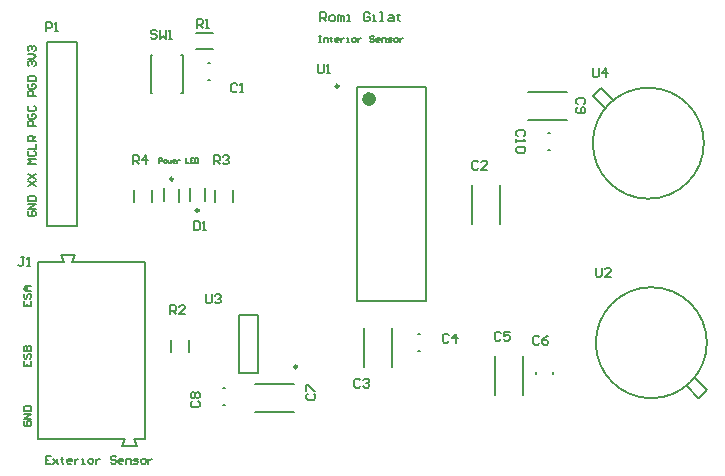
<source format=gto>
G04*
G04 #@! TF.GenerationSoftware,Altium Limited,Altium Designer,24.9.1 (31)*
G04*
G04 Layer_Color=65535*
%FSLAX44Y44*%
%MOMM*%
G71*
G04*
G04 #@! TF.SameCoordinates,75EA1287-3778-4008-B1FA-0AB461243C17*
G04*
G04*
G04 #@! TF.FilePolarity,Positive*
G04*
G01*
G75*
%ADD10C,0.6000*%
%ADD11C,0.2500*%
%ADD12C,0.1500*%
%ADD13C,0.2000*%
%ADD14C,0.1778*%
%ADD15C,0.1270*%
D10*
X780010Y688830D02*
G03*
X780010Y688830I-3000J0D01*
G01*
D11*
X751260Y699880D02*
G03*
X751260Y699880I-1250J0D01*
G01*
X716096Y462280D02*
G03*
X716096Y462280I-1250J0D01*
G01*
X632850Y594580D02*
G03*
X632850Y594580I-1250J0D01*
G01*
X611100Y621140D02*
G03*
X611100Y621140I-1250J0D01*
G01*
D12*
X1063000Y482600D02*
G03*
X1063000Y482600I-47000J0D01*
G01*
X1060460Y651510D02*
G03*
X1060460Y651510I-47000J0D01*
G01*
D13*
X818400Y489850D02*
X819900D01*
X818400Y475350D02*
X819900D01*
X796641Y462259D02*
Y495321D01*
X773079Y462259D02*
Y495321D01*
X497130Y401245D02*
X570630D01*
X577630Y401245D02*
X587130Y401245D01*
X577630Y401245D02*
X580128Y395244D01*
X568128Y395244D02*
X580128Y395244D01*
X568128Y395244D02*
X570626Y401245D01*
X525632Y551245D02*
X528130Y557246D01*
X516130D02*
X518628Y551245D01*
X516130Y557246D02*
X528130D01*
X525632Y551245D02*
X587130Y551245D01*
X497130Y551245D02*
X518630Y551245D01*
X497130Y401245D02*
Y551245D01*
X587130Y551245D02*
X587130Y401245D01*
X928890Y660030D02*
X930390D01*
X928890Y645530D02*
X930390D01*
X911839Y671479D02*
X944901D01*
X911839Y695041D02*
X944901D01*
X767010Y517830D02*
X825010D01*
X767010Y698830D02*
X825010D01*
Y517830D02*
Y698830D01*
X767010Y517830D02*
Y698830D01*
X680699Y423829D02*
X713761D01*
X680699Y447391D02*
X713761D01*
X653300Y429630D02*
X654800D01*
X653300Y444130D02*
X654800D01*
X682654Y456805D02*
Y505855D01*
X667074D02*
X682654D01*
X667074Y456805D02*
Y505855D01*
Y456805D02*
X682654D01*
X625350Y602830D02*
Y613830D01*
X637850Y602830D02*
Y613830D01*
X603287Y602247D02*
Y613247D01*
X616100Y602140D02*
Y613140D01*
X640600Y705220D02*
X642100D01*
X640600Y719720D02*
X642100D01*
X630178Y731008D02*
X644902D01*
X630178Y744732D02*
X644902D01*
X618040Y725930D02*
X619290D01*
X592290D02*
X593540D01*
X592290Y693930D02*
Y725930D01*
X618040Y693930D02*
X619290D01*
X592290D02*
X593540D01*
X619290D02*
Y725930D01*
X504190Y737230D02*
X529590D01*
Y581030D02*
Y737230D01*
X504190Y581030D02*
X529590D01*
X504190D02*
Y737230D01*
X624720Y475060D02*
Y485060D01*
X609720Y475060D02*
Y485060D01*
X864519Y582909D02*
Y615971D01*
X888081Y582909D02*
Y615971D01*
X577970Y602060D02*
Y612060D01*
X592970Y602060D02*
Y612060D01*
X646550Y602060D02*
Y612060D01*
X661550Y602060D02*
Y612060D01*
X933080Y456450D02*
Y457950D01*
X918580Y456450D02*
Y457950D01*
X1045890Y445680D02*
X1055890Y435680D01*
X1056000Y435850D02*
X1063000Y442850D01*
X1053000Y452850D02*
X1063000Y442850D01*
X883569Y438129D02*
Y471191D01*
X907131Y438129D02*
Y471191D01*
X973570Y698430D02*
X983570Y688430D01*
X966460Y691260D02*
X973460Y698260D01*
X966460Y691260D02*
X976460Y681260D01*
D14*
X489502Y594020D02*
X488444Y592962D01*
Y590846D01*
X489502Y589788D01*
X493734D01*
X494792Y590846D01*
Y592962D01*
X493734Y594020D01*
X491618D01*
Y591904D01*
X494792Y596136D02*
X488444D01*
X494792Y600368D01*
X488444D01*
Y602484D02*
X494792D01*
Y605658D01*
X493734Y606716D01*
X489502D01*
X488444Y605658D01*
Y602484D01*
Y615180D02*
X494792Y619412D01*
X488444D02*
X494792Y615180D01*
X488444Y621528D02*
X494792Y625760D01*
X488444D02*
X494792Y621528D01*
Y634224D02*
X488444D01*
X490560Y636340D01*
X488444Y638456D01*
X494792D01*
X489502Y644803D02*
X488444Y643745D01*
Y641629D01*
X489502Y640572D01*
X493734D01*
X494792Y641629D01*
Y643745D01*
X493734Y644803D01*
X488444Y646919D02*
X494792D01*
Y651152D01*
Y653267D02*
X488444D01*
Y656441D01*
X489502Y657499D01*
X491618D01*
X492676Y656441D01*
Y653267D01*
Y655383D02*
X494792Y657499D01*
Y665963D02*
X488444D01*
Y669137D01*
X489502Y670195D01*
X491618D01*
X492676Y669137D01*
Y665963D01*
X489502Y676543D02*
X488444Y675485D01*
Y673369D01*
X489502Y672311D01*
X493734D01*
X494792Y673369D01*
Y675485D01*
X493734Y676543D01*
X491618D01*
Y674427D01*
X489502Y682891D02*
X488444Y681833D01*
Y679717D01*
X489502Y678659D01*
X493734D01*
X494792Y679717D01*
Y681833D01*
X493734Y682891D01*
X494792Y691355D02*
X488444D01*
Y694529D01*
X489502Y695587D01*
X491618D01*
X492676Y694529D01*
Y691355D01*
X489502Y701935D02*
X488444Y700877D01*
Y698761D01*
X489502Y697703D01*
X493734D01*
X494792Y698761D01*
Y700877D01*
X493734Y701935D01*
X491618D01*
Y699819D01*
X488444Y704051D02*
X494792D01*
Y707225D01*
X493734Y708283D01*
X489502D01*
X488444Y707225D01*
Y704051D01*
X489502Y716747D02*
X488444Y717805D01*
Y719921D01*
X489502Y720979D01*
X490560D01*
X491618Y719921D01*
Y718863D01*
Y719921D01*
X492676Y720979D01*
X493734D01*
X494792Y719921D01*
Y717805D01*
X493734Y716747D01*
X488444Y723095D02*
X492676D01*
X494792Y725211D01*
X492676Y727327D01*
X488444D01*
X489502Y729443D02*
X488444Y730501D01*
Y732617D01*
X489502Y733675D01*
X490560D01*
X491618Y732617D01*
Y731559D01*
Y732617D01*
X492676Y733675D01*
X493734D01*
X494792Y732617D01*
Y730501D01*
X493734Y729443D01*
X485692Y416220D02*
X484634Y415162D01*
Y413046D01*
X485692Y411988D01*
X489924D01*
X490982Y413046D01*
Y415162D01*
X489924Y416220D01*
X487808D01*
Y414104D01*
X490982Y418336D02*
X484634D01*
X490982Y422568D01*
X484634D01*
Y424684D02*
X490982D01*
Y427858D01*
X489924Y428916D01*
X485692D01*
X484634Y427858D01*
Y424684D01*
Y467004D02*
Y462771D01*
X490982D01*
Y467004D01*
X487808Y462771D02*
Y464888D01*
X485692Y473352D02*
X484634Y472294D01*
Y470177D01*
X485692Y469119D01*
X486750D01*
X487808Y470177D01*
Y472294D01*
X488866Y473352D01*
X489924D01*
X490982Y472294D01*
Y470177D01*
X489924Y469119D01*
X484634Y475467D02*
X490982D01*
Y478641D01*
X489924Y479699D01*
X488866D01*
X487808Y478641D01*
Y475467D01*
Y478641D01*
X486750Y479699D01*
X485692D01*
X484634Y478641D01*
Y475467D01*
Y517787D02*
Y513555D01*
X490982D01*
Y517787D01*
X487808Y513555D02*
Y515671D01*
X485692Y524135D02*
X484634Y523077D01*
Y520961D01*
X485692Y519903D01*
X486750D01*
X487808Y520961D01*
Y523077D01*
X488866Y524135D01*
X489924D01*
X490982Y523077D01*
Y520961D01*
X489924Y519903D01*
X490982Y526251D02*
X486750D01*
X484634Y528367D01*
X486750Y530483D01*
X490982D01*
X487808D01*
Y526251D01*
X507660Y386586D02*
X503428D01*
Y380238D01*
X507660D01*
X503428Y383412D02*
X505544D01*
X509776Y384470D02*
X514008Y380238D01*
X511892Y382354D01*
X514008Y384470D01*
X509776Y380238D01*
X517182Y385528D02*
Y384470D01*
X516124D01*
X518240D01*
X517182D01*
Y381296D01*
X518240Y380238D01*
X524588D02*
X522472D01*
X521414Y381296D01*
Y383412D01*
X522472Y384470D01*
X524588D01*
X525646Y383412D01*
Y382354D01*
X521414D01*
X527762Y384470D02*
Y380238D01*
Y382354D01*
X528820Y383412D01*
X529878Y384470D01*
X530936D01*
X534110Y380238D02*
X536226D01*
X535168D01*
Y384470D01*
X534110D01*
X540458Y380238D02*
X542574D01*
X543632Y381296D01*
Y383412D01*
X542574Y384470D01*
X540458D01*
X539400Y383412D01*
Y381296D01*
X540458Y380238D01*
X545748Y384470D02*
Y380238D01*
Y382354D01*
X546806Y383412D01*
X547864Y384470D01*
X548922D01*
X562676Y385528D02*
X561618Y386586D01*
X559501D01*
X558443Y385528D01*
Y384470D01*
X559501Y383412D01*
X561618D01*
X562676Y382354D01*
Y381296D01*
X561618Y380238D01*
X559501D01*
X558443Y381296D01*
X567965Y380238D02*
X565849D01*
X564791Y381296D01*
Y383412D01*
X565849Y384470D01*
X567965D01*
X569023Y383412D01*
Y382354D01*
X564791D01*
X571139Y380238D02*
Y384470D01*
X574313D01*
X575371Y383412D01*
Y380238D01*
X577487D02*
X580661D01*
X581719Y381296D01*
X580661Y382354D01*
X578545D01*
X577487Y383412D01*
X578545Y384470D01*
X581719D01*
X584893Y380238D02*
X587009D01*
X588067Y381296D01*
Y383412D01*
X587009Y384470D01*
X584893D01*
X583835Y383412D01*
Y381296D01*
X584893Y380238D01*
X590183Y384470D02*
Y380238D01*
Y382354D01*
X591241Y383412D01*
X592299Y384470D01*
X593357D01*
X734568Y742186D02*
X736261D01*
X735414D01*
Y737108D01*
X734568D01*
X736261D01*
X738800D02*
Y740494D01*
X741339D01*
X742186Y739647D01*
Y737108D01*
X744725Y741340D02*
Y740494D01*
X743878D01*
X745571D01*
X744725D01*
Y737954D01*
X745571Y737108D01*
X750649D02*
X748957D01*
X748110Y737954D01*
Y739647D01*
X748957Y740494D01*
X750649D01*
X751496Y739647D01*
Y738801D01*
X748110D01*
X753189Y740494D02*
Y737108D01*
Y738801D01*
X754035Y739647D01*
X754881Y740494D01*
X755728D01*
X758267Y737108D02*
X759960D01*
X759113D01*
Y740494D01*
X758267D01*
X763345Y737108D02*
X765038D01*
X765884Y737954D01*
Y739647D01*
X765038Y740494D01*
X763345D01*
X762499Y739647D01*
Y737954D01*
X763345Y737108D01*
X767577Y740494D02*
Y737108D01*
Y738801D01*
X768424Y739647D01*
X769270Y740494D01*
X770117D01*
X781120Y741340D02*
X780273Y742186D01*
X778580D01*
X777734Y741340D01*
Y740494D01*
X778580Y739647D01*
X780273D01*
X781120Y738801D01*
Y737954D01*
X780273Y737108D01*
X778580D01*
X777734Y737954D01*
X785351Y737108D02*
X783659D01*
X782812Y737954D01*
Y739647D01*
X783659Y740494D01*
X785351D01*
X786198Y739647D01*
Y738801D01*
X782812D01*
X787891Y737108D02*
Y740494D01*
X790430D01*
X791276Y739647D01*
Y737108D01*
X792969D02*
X795508D01*
X796355Y737954D01*
X795508Y738801D01*
X793816D01*
X792969Y739647D01*
X793816Y740494D01*
X796355D01*
X798894Y737108D02*
X800587D01*
X801433Y737954D01*
Y739647D01*
X800587Y740494D01*
X798894D01*
X798047Y739647D01*
Y737954D01*
X798894Y737108D01*
X803126Y740494D02*
Y737108D01*
Y738801D01*
X803972Y739647D01*
X804818Y740494D01*
X805665D01*
X735838Y754888D02*
Y762505D01*
X739647D01*
X740916Y761236D01*
Y758697D01*
X739647Y757427D01*
X735838D01*
X738377D02*
X740916Y754888D01*
X744725D02*
X747264D01*
X748534Y756158D01*
Y758697D01*
X747264Y759966D01*
X744725D01*
X743456Y758697D01*
Y756158D01*
X744725Y754888D01*
X751073D02*
Y759966D01*
X752343D01*
X753612Y758697D01*
Y754888D01*
Y758697D01*
X754882Y759966D01*
X756151Y758697D01*
Y754888D01*
X758691D02*
X761230D01*
X759960D01*
Y759966D01*
X758691D01*
X777734Y761236D02*
X776465Y762505D01*
X773926D01*
X772656Y761236D01*
Y756158D01*
X773926Y754888D01*
X776465D01*
X777734Y756158D01*
Y758697D01*
X775195D01*
X780274Y754888D02*
X782813D01*
X781543D01*
Y759966D01*
X780274D01*
X786622Y754888D02*
X789161D01*
X787891D01*
Y762505D01*
X786622D01*
X794239Y759966D02*
X796778D01*
X798048Y758697D01*
Y754888D01*
X794239D01*
X792970Y756158D01*
X794239Y757427D01*
X798048D01*
X801857Y761236D02*
Y759966D01*
X800587D01*
X803126D01*
X801857D01*
Y756158D01*
X803126Y754888D01*
X966216Y715007D02*
Y708660D01*
X967486Y707390D01*
X970025D01*
X971294Y708660D01*
Y715007D01*
X977642Y707390D02*
Y715007D01*
X973833Y711199D01*
X978912D01*
X638556Y523745D02*
Y517398D01*
X639826Y516128D01*
X642365D01*
X643634Y517398D01*
Y523745D01*
X646173Y522476D02*
X647443Y523745D01*
X649982D01*
X651252Y522476D01*
Y521206D01*
X649982Y519937D01*
X648713D01*
X649982D01*
X651252Y518667D01*
Y517398D01*
X649982Y516128D01*
X647443D01*
X646173Y517398D01*
X968756Y546097D02*
Y539750D01*
X970026Y538480D01*
X972565D01*
X973834Y539750D01*
Y546097D01*
X981452Y538480D02*
X976374D01*
X981452Y543558D01*
Y544828D01*
X980182Y546097D01*
X977643D01*
X976374Y544828D01*
X733552Y718564D02*
Y712216D01*
X734822Y710946D01*
X737361D01*
X738630Y712216D01*
Y718564D01*
X741170Y710946D02*
X743709D01*
X742439D01*
Y718564D01*
X741170Y717294D01*
X597152Y746250D02*
X595883Y747520D01*
X593344D01*
X592074Y746250D01*
Y744980D01*
X593344Y743711D01*
X595883D01*
X597152Y742441D01*
Y741172D01*
X595883Y739902D01*
X593344D01*
X592074Y741172D01*
X599692Y747520D02*
Y739902D01*
X602231Y742441D01*
X604770Y739902D01*
Y747520D01*
X607309Y739902D02*
X609848D01*
X608579D01*
Y747520D01*
X607309Y746250D01*
X577088Y633730D02*
Y641348D01*
X580897D01*
X582166Y640078D01*
Y637539D01*
X580897Y636269D01*
X577088D01*
X579627D02*
X582166Y633730D01*
X588514D02*
Y641348D01*
X584706Y637539D01*
X589784D01*
X645668Y633730D02*
Y641348D01*
X649477D01*
X650746Y640078D01*
Y637539D01*
X649477Y636269D01*
X645668D01*
X648207D02*
X650746Y633730D01*
X653286Y640078D02*
X654555Y641348D01*
X657094D01*
X658364Y640078D01*
Y638808D01*
X657094Y637539D01*
X655825D01*
X657094D01*
X658364Y636269D01*
Y635000D01*
X657094Y633730D01*
X654555D01*
X653286Y635000D01*
X608838Y506730D02*
Y514347D01*
X612647D01*
X613916Y513078D01*
Y510539D01*
X612647Y509269D01*
X608838D01*
X611377D02*
X613916Y506730D01*
X621534D02*
X616455D01*
X621534Y511808D01*
Y513078D01*
X620264Y514347D01*
X617725D01*
X616455Y513078D01*
X631192Y749301D02*
Y756919D01*
X635000D01*
X636270Y755649D01*
Y753110D01*
X635000Y751840D01*
X631192D01*
X633731D02*
X636270Y749301D01*
X638809D02*
X641348D01*
X640079D01*
Y756919D01*
X638809Y755649D01*
X503428Y746506D02*
Y754124D01*
X507237D01*
X508506Y752854D01*
Y750315D01*
X507237Y749045D01*
X503428D01*
X511045Y746506D02*
X513585D01*
X512315D01*
Y754124D01*
X511045Y752854D01*
X485140Y554989D02*
X482601D01*
X483870D01*
Y548641D01*
X482601Y547371D01*
X481331D01*
X480062Y548641D01*
X487679Y547371D02*
X490218D01*
X488949D01*
Y554989D01*
X487679Y553719D01*
X628652Y585469D02*
Y577851D01*
X632460D01*
X633730Y579121D01*
Y584199D01*
X632460Y585469D01*
X628652D01*
X636269Y577851D02*
X638808D01*
X637539D01*
Y585469D01*
X636269Y584199D01*
X908049Y657224D02*
X909319Y658493D01*
Y661032D01*
X908049Y662302D01*
X902971D01*
X901701Y661032D01*
Y658493D01*
X902971Y657224D01*
X901701Y654684D02*
Y652145D01*
Y653415D01*
X909319D01*
X908049Y654684D01*
Y648336D02*
X909319Y647067D01*
Y644528D01*
X908049Y643258D01*
X902971D01*
X901701Y644528D01*
Y647067D01*
X902971Y648336D01*
X908049D01*
X958849Y684530D02*
X960119Y685799D01*
Y688338D01*
X958849Y689608D01*
X953771D01*
X952501Y688338D01*
Y685799D01*
X953771Y684530D01*
Y681990D02*
X952501Y680721D01*
Y678182D01*
X953771Y676912D01*
X958849D01*
X960119Y678182D01*
Y680721D01*
X958849Y681990D01*
X957579D01*
X956310Y680721D01*
Y676912D01*
X627381Y433070D02*
X626111Y431801D01*
Y429262D01*
X627381Y427992D01*
X632459D01*
X633729Y429262D01*
Y431801D01*
X632459Y433070D01*
X627381Y435610D02*
X626111Y436879D01*
Y439418D01*
X627381Y440688D01*
X628650D01*
X629920Y439418D01*
X631189Y440688D01*
X632459D01*
X633729Y439418D01*
Y436879D01*
X632459Y435610D01*
X631189D01*
X629920Y436879D01*
X628650Y435610D01*
X627381D01*
X629920Y436879D02*
Y439418D01*
X725289Y439420D02*
X724019Y438151D01*
Y435612D01*
X725289Y434342D01*
X730367D01*
X731637Y435612D01*
Y438151D01*
X730367Y439420D01*
X724019Y441960D02*
Y447038D01*
X725289D01*
X730367Y441960D01*
X731637D01*
X921256Y487424D02*
X919987Y488694D01*
X917448D01*
X916178Y487424D01*
Y482346D01*
X917448Y481076D01*
X919987D01*
X921256Y482346D01*
X928874Y488694D02*
X926335Y487424D01*
X923795Y484885D01*
Y482346D01*
X925065Y481076D01*
X927604D01*
X928874Y482346D01*
Y483615D01*
X927604Y484885D01*
X923795D01*
X888490Y490472D02*
X887221Y491741D01*
X884682D01*
X883412Y490472D01*
Y485394D01*
X884682Y484124D01*
X887221D01*
X888490Y485394D01*
X896108Y491741D02*
X891030D01*
Y487933D01*
X893569Y489202D01*
X894838D01*
X896108Y487933D01*
Y485394D01*
X894838Y484124D01*
X892299D01*
X891030Y485394D01*
X844550Y488949D02*
X843281Y490219D01*
X840742D01*
X839472Y488949D01*
Y483871D01*
X840742Y482601D01*
X843281D01*
X844550Y483871D01*
X850898Y482601D02*
Y490219D01*
X847090Y486410D01*
X852168D01*
X769620Y450849D02*
X768351Y452119D01*
X765812D01*
X764542Y450849D01*
Y445771D01*
X765812Y444501D01*
X768351D01*
X769620Y445771D01*
X772160Y450849D02*
X773429Y452119D01*
X775968D01*
X777238Y450849D01*
Y449580D01*
X775968Y448310D01*
X774699D01*
X775968D01*
X777238Y447040D01*
Y445771D01*
X775968Y444501D01*
X773429D01*
X772160Y445771D01*
X869440Y635252D02*
X868171Y636521D01*
X865632D01*
X864362Y635252D01*
Y630174D01*
X865632Y628904D01*
X868171D01*
X869440Y630174D01*
X877058Y628904D02*
X871980D01*
X877058Y633982D01*
Y635252D01*
X875788Y636521D01*
X873249D01*
X871980Y635252D01*
X665480Y701039D02*
X664210Y702309D01*
X661671D01*
X660402Y701039D01*
Y695961D01*
X661671Y694691D01*
X664210D01*
X665480Y695961D01*
X668019Y694691D02*
X670558D01*
X669289D01*
Y702309D01*
X668019Y701039D01*
D15*
X599440Y635000D02*
Y638809D01*
X601344D01*
X601979Y638174D01*
Y636904D01*
X601344Y636270D01*
X599440D01*
X603884Y635000D02*
X605153D01*
X605788Y635635D01*
Y636904D01*
X605153Y637539D01*
X603884D01*
X603249Y636904D01*
Y635635D01*
X603884Y635000D01*
X607058Y637539D02*
Y635635D01*
X607692Y635000D01*
X608327Y635635D01*
X608962Y635000D01*
X609597Y635635D01*
Y637539D01*
X612771Y635000D02*
X611501D01*
X610866Y635635D01*
Y636904D01*
X611501Y637539D01*
X612771D01*
X613405Y636904D01*
Y636270D01*
X610866D01*
X614675Y637539D02*
Y635000D01*
Y636270D01*
X615310Y636904D01*
X615945Y637539D01*
X616580D01*
X622293Y638809D02*
Y635000D01*
X624832D01*
X628641Y638809D02*
X626101D01*
Y635000D01*
X628641D01*
X626101Y636904D02*
X627371D01*
X629910Y638809D02*
Y635000D01*
X631815D01*
X632449Y635635D01*
Y638174D01*
X631815Y638809D01*
X629910D01*
M02*

</source>
